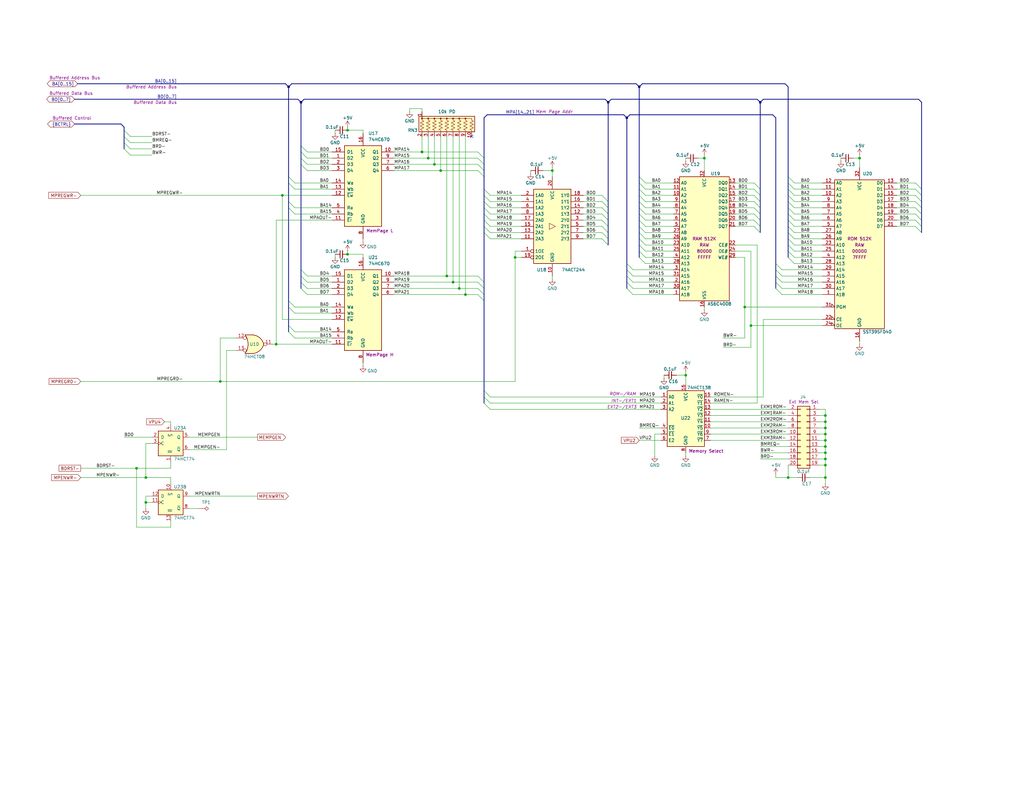
<source format=kicad_sch>
(kicad_sch (version 20250114) (generator "eeschema") (generator_version "9.0")
  (paper "User" 419.1 323.85)
  (title_block (title "Main Board - MMU and Memory") (date "2025-08-15") (rev "v1.0") (company "Silky Design") (comment 1 "Copyright AESilky 2025"))
  (lib_symbols
    (symbol "74xx:74AHCT244"
      (property "Reference" "U" (at -7.62 16.51 0))
      (property "Value" "74AHCT244" (at -7.62 -16.51 0))
      (symbol "74AHCT244_1_0"
        (pin input line (at -12.7 12.7 0) (length 5.08) (name "1A0") (number "2"))
        (pin input line (at -12.7 10.16 0) (length 5.08) (name "1A1") (number "4"))
        (pin input line (at -12.7 7.62 0) (length 5.08) (name "1A2") (number "6"))
        (pin input line (at -12.7 5.08 0) (length 5.08) (name "1A3") (number "8"))
        (pin input line (at -12.7 2.54 0) (length 5.08) (name "2A0") (number "17"))
        (pin input line (at -12.7 0 0) (length 5.08) (name "2A1") (number "15"))
        (pin input line (at -12.7 -2.54 0) (length 5.08) (name "2A2") (number "13"))
        (pin input line (at -12.7 -5.08 0) (length 5.08) (name "2A3") (number "11"))
        (pin input inverted (at -12.7 -10.16 0) (length 5.08) (name "1OE") (number "1"))
        (pin input inverted (at -12.7 -12.7 0) (length 5.08) (name "2OE") (number "19"))
        (pin power_in line (at 0 20.32 270) (length 5.08) (name "VCC") (number "20"))
        (pin power_in line (at 0 -20.32 90) (length 5.08) (name "GND") (number "10"))
        (pin tri_state line (at 12.7 12.7 180) (length 5.08) (name "1Y0") (number "18"))
        (pin tri_state line (at 12.7 10.16 180) (length 5.08) (name "1Y1") (number "16"))
        (pin tri_state line (at 12.7 7.62 180) (length 5.08) (name "1Y2") (number "14"))
        (pin tri_state line (at 12.7 5.08 180) (length 5.08) (name "1Y3") (number "12"))
        (pin tri_state line (at 12.7 2.54 180) (length 5.08) (name "2Y0") (number "3"))
        (pin tri_state line (at 12.7 0 180) (length 5.08) (name "2Y1") (number "5"))
        (pin tri_state line (at 12.7 -2.54 180) (length 5.08) (name "2Y2") (number "7"))
        (pin tri_state line (at 12.7 -5.08 180) (length 5.08) (name "2Y3") (number "9"))
      )
    )
    (symbol "74xx:74HC138"
      (property "Reference" "U" (at -7.62 13.97 0))
      (property "Value" "74HC138" (at 2.54 -11.43 0))
      (symbol "74HC138_1_1"
        (pin input line (at -10.16 10.16 0) (length 2.54) (name "A0") (number "1"))
        (pin input line (at -10.16 7.62 0) (length 2.54) (name "A1") (number "2"))
        (pin input line (at -10.16 5.08 0) (length 2.54) (name "A2") (number "3"))
        (pin input line (at -10.16 -2.54 0) (length 2.54) (name "~{E0}") (number "4"))
        (pin input line (at -10.16 -5.08 0) (length 2.54) (name "~{E1}") (number "5"))
        (pin input line (at -10.16 -7.62 0) (length 2.54) (name "E2") (number "6"))
        (pin power_in line (at 0 15.24 270) (length 2.54) (name "VCC") (number "16"))
        (pin power_in line (at 0 -12.7 90) (length 2.54) (name "GND") (number "8"))
        (pin output line (at 10.16 10.16 180) (length 2.54) (name "~{Y0}") (number "15"))
        (pin output line (at 10.16 7.62 180) (length 2.54) (name "~{Y1}") (number "14"))
        (pin output line (at 10.16 5.08 180) (length 2.54) (name "~{Y2}") (number "13"))
        (pin output line (at 10.16 2.54 180) (length 2.54) (name "~{Y3}") (number "12"))
        (pin output line (at 10.16 0 180) (length 2.54) (name "~{Y4}") (number "11"))
        (pin output line (at 10.16 -2.54 180) (length 2.54) (name "~{Y5}") (number "10"))
        (pin output line (at 10.16 -5.08 180) (length 2.54) (name "~{Y6}") (number "9"))
        (pin output line (at 10.16 -7.62 180) (length 2.54) (name "~{Y7}") (number "7"))
      )
    )
    (symbol "74xx:74HCT74" (pin_names (offset 1.016))
      (property "Reference" "U" (at -7.62 8.89 0))
      (property "Value" "74HCT74" (at -7.62 -8.89 0))
      (symbol "74HCT74_1_0"
        (pin input line (at -7.62 2.54 0) (length 2.54) (name "D") (number "2"))
        (pin input clock (at -7.62 0 0) (length 2.54) (name "C") (number "3"))
        (pin input line (at 0 7.62 270) (length 2.54) (name "~{S}") (number "4"))
        (pin input line (at 0 -7.62 90) (length 2.54) (name "~{R}") (number "1"))
        (pin output line (at 7.62 2.54 180) (length 2.54) (name "Q") (number "5"))
        (pin output line (at 7.62 -2.54 180) (length 2.54) (name "~{Q}") (number "6"))
      )
      (symbol "74HCT74_2_0"
        (pin input line (at -7.62 2.54 0) (length 2.54) (name "D") (number "12"))
        (pin input clock (at -7.62 0 0) (length 2.54) (name "C") (number "11"))
        (pin input line (at 0 7.62 270) (length 2.54) (name "~{S}") (number "10"))
        (pin input line (at 0 -7.62 90) (length 2.54) (name "~{R}") (number "13"))
        (pin output line (at 7.62 2.54 180) (length 2.54) (name "Q") (number "9"))
        (pin output line (at 7.62 -2.54 180) (length 2.54) (name "~{Q}") (number "8"))
      )
      (symbol "74HCT74_3_0"
        (pin power_in line (at 0 10.16 270) (length 2.54) (name "VCC") (number "14"))
        (pin power_in line (at 0 -10.16 90) (length 2.54) (name "GND") (number "7"))
      )
    )
    (symbol "74xx:74LS08" (pin_names (offset 1.016))
      (property "Reference" "U" (at 0 1.27 0))
      (property "Value" "74LS08" (at 0 -1.27 0))
      (symbol "74LS08_1_1"
        (pin input line (at -7.62 2.54 0) (length 3.81) (name "~") (number "1"))
        (pin input line (at -7.62 -2.54 0) (length 3.81) (name "~") (number "2"))
        (pin output line (at 7.62 0 180) (length 3.81) (name "~") (number "3"))
      )
      (symbol "74LS08_1_2"
        (pin input inverted (at -7.62 2.54 0) (length 4.318) (name "~") (number "1"))
        (pin input inverted (at -7.62 -2.54 0) (length 4.318) (name "~") (number "2"))
        (pin output inverted (at 7.62 0 180) (length 3.81) (name "~") (number "3"))
      )
      (symbol "74LS08_2_1"
        (pin input line (at -7.62 2.54 0) (length 3.81) (name "~") (number "4"))
        (pin input line (at -7.62 -2.54 0) (length 3.81) (name "~") (number "5"))
        (pin output line (at 7.62 0 180) (length 3.81) (name "~") (number "6"))
      )
      (symbol "74LS08_2_2"
        (pin input inverted (at -7.62 2.54 0) (length 4.318) (name "~") (number "4"))
        (pin input inverted (at -7.62 -2.54 0) (length 4.318) (name "~") (number "5"))
        (pin output inverted (at 7.62 0 180) (length 3.81) (name "~") (number "6"))
      )
      (symbol "74LS08_3_1"
        (pin input line (at -7.62 2.54 0) (length 3.81) (name "~") (number "9"))
        (pin input line (at -7.62 -2.54 0) (length 3.81) (name "~") (number "10"))
        (pin output line (at 7.62 0 180) (length 3.81) (name "~") (number "8"))
      )
      (symbol "74LS08_3_2"
        (pin input inverted (at -7.62 2.54 0) (length 4.318) (name "~") (number "9"))
        (pin input inverted (at -7.62 -2.54 0) (length 4.318) (name "~") (number "10"))
        (pin output inverted (at 7.62 0 180) (length 3.81) (name "~") (number "8"))
      )
      (symbol "74LS08_4_1"
        (pin input line (at -7.62 2.54 0) (length 3.81) (name "~") (number "12"))
        (pin input line (at -7.62 -2.54 0) (length 3.81) (name "~") (number "13"))
        (pin output line (at 7.62 0 180) (length 3.81) (name "~") (number "11"))
      )
      (symbol "74LS08_4_2"
        (pin input inverted (at -7.62 2.54 0) (length 4.318) (name "~") (number "12"))
        (pin input inverted (at -7.62 -2.54 0) (length 4.318) (name "~") (number "13"))
        (pin output inverted (at 7.62 0 180) (length 3.81) (name "~") (number "11"))
      )
      (symbol "74LS08_5_0"
        (pin power_in line (at 0 12.7 270) (length 5.08) (name "VCC") (number "14"))
        (pin power_in line (at 0 -12.7 90) (length 5.08) (name "GND") (number "7"))
      )
    )
    (symbol "74xx:74LS670" (pin_names (offset 1.016))
      (property "Reference" "U" (at -7.62 16.51 0))
      (property "Value" "74LS670" (at -7.62 -19.05 0))
      (symbol "74LS670_1_0"
        (pin input line (at -12.7 12.7 0) (length 5.08) (name "D1") (number "15"))
        (pin input line (at -12.7 10.16 0) (length 5.08) (name "D2") (number "1"))
        (pin input line (at -12.7 7.62 0) (length 5.08) (name "D3") (number "2"))
        (pin input line (at -12.7 5.08 0) (length 5.08) (name "D4") (number "3"))
        (pin input line (at -12.7 0 0) (length 5.08) (name "Wa") (number "14"))
        (pin input line (at -12.7 -2.54 0) (length 5.08) (name "Wb") (number "13"))
        (pin input line (at -12.7 -5.08 0) (length 5.08) (name "~{Ew}") (number "12"))
        (pin input line (at -12.7 -10.16 0) (length 5.08) (name "Ra") (number "5"))
        (pin input line (at -12.7 -12.7 0) (length 5.08) (name "Rb") (number "4"))
        (pin input line (at -12.7 -15.24 0) (length 5.08) (name "~{Er}") (number "11"))
        (pin power_in line (at 0 20.32 270) (length 5.08) (name "VCC") (number "16"))
        (pin power_in line (at 0 -22.86 90) (length 5.08) (name "GND") (number "8"))
        (pin tri_state line (at 12.7 12.7 180) (length 5.08) (name "Q1") (number "10"))
        (pin tri_state line (at 12.7 10.16 180) (length 5.08) (name "Q2") (number "9"))
        (pin tri_state line (at 12.7 7.62 180) (length 5.08) (name "Q3") (number "7"))
        (pin tri_state line (at 12.7 5.08 180) (length 5.08) (name "Q4") (number "6"))
      )
    )
    (symbol "Connector:TestPoint_Alt" (pin_numbers (hide yes)) (pin_names (offset 0.762) (hide yes))
      (property "Reference" "TP" (at 0 6.858 0))
      (property "Value" "TestPoint_Alt" (at 0 5.08 0))
      (symbol "TestPoint_Alt_1_1"
        (pin passive line (at 0 0 90) (length 2.54) (name "1") (number "1"))
      )
    )
    (symbol "Connector_Generic:Conn_02x10_Odd_Even" (pin_names (offset 1.016) (hide yes))
      (property "Reference" "J" (at 1.27 12.7 0))
      (property "Value" "Conn_02x10_Odd_Even" (at 1.27 -15.24 0))
      (symbol "Conn_02x10_Odd_Even_1_1"
        (pin passive line (at -5.08 10.16 0) (length 3.81) (name "Pin_1") (number "1"))
        (pin passive line (at -5.08 7.62 0) (length 3.81) (name "Pin_3") (number "3"))
        (pin passive line (at -5.08 5.08 0) (length 3.81) (name "Pin_5") (number "5"))
        (pin passive line (at -5.08 2.54 0) (length 3.81) (name "Pin_7") (number "7"))
        (pin passive line (at -5.08 0 0) (length 3.81) (name "Pin_9") (number "9"))
        (pin passive line (at -5.08 -2.54 0) (length 3.81) (name "Pin_11") (number "11"))
        (pin passive line (at -5.08 -5.08 0) (length 3.81) (name "Pin_13") (number "13"))
        (pin passive line (at -5.08 -7.62 0) (length 3.81) (name "Pin_15") (number "15"))
        (pin passive line (at -5.08 -10.16 0) (length 3.81) (name "Pin_17") (number "17"))
        (pin passive line (at -5.08 -12.7 0) (length 3.81) (name "Pin_19") (number "19"))
        (pin passive line (at 7.62 10.16 180) (length 3.81) (name "Pin_2") (number "2"))
        (pin passive line (at 7.62 7.62 180) (length 3.81) (name "Pin_4") (number "4"))
        (pin passive line (at 7.62 5.08 180) (length 3.81) (name "Pin_6") (number "6"))
        (pin passive line (at 7.62 2.54 180) (length 3.81) (name "Pin_8") (number "8"))
        (pin passive line (at 7.62 0 180) (length 3.81) (name "Pin_10") (number "10"))
        (pin passive line (at 7.62 -2.54 180) (length 3.81) (name "Pin_12") (number "12"))
        (pin passive line (at 7.62 -5.08 180) (length 3.81) (name "Pin_14") (number "14"))
        (pin passive line (at 7.62 -7.62 180) (length 3.81) (name "Pin_16") (number "16"))
        (pin passive line (at 7.62 -10.16 180) (length 3.81) (name "Pin_18") (number "18"))
        (pin passive line (at 7.62 -12.7 180) (length 3.81) (name "Pin_20") (number "20"))
      )
    )
    (symbol "Device:C_Small" (pin_numbers (hide yes)) (pin_names (offset 0.254) (hide yes))
      (property "Reference" "C" (at 0.254 1.778 0))
      (property "Value" "C_Small" (at 0.254 -2.032 0))
      (symbol "C_Small_1_1"
        (pin passive line (at 0 2.54 270) (length 2.032) (name "~") (number "1"))
        (pin passive line (at 0 -2.54 90) (length 2.032) (name "~") (number "2"))
      )
    )
    (symbol "Device:R_Network09_US" (pin_names (offset 0) (hide yes))
      (property "Reference" "RN" (at -12.7 0 90))
      (property "Value" "R_Network09_US" (at 12.7 0 90))
      (symbol "R_Network09_US_1_1"
        (pin passive line (at -10.16 5.08 270) (length 2.54) (name "common") (number "1"))
        (pin passive line (at -10.16 -5.08 90) (length 1.27) (name "R1") (number "2"))
        (pin passive line (at -7.62 -5.08 90) (length 1.27) (name "R2") (number "3"))
        (pin passive line (at -5.08 -5.08 90) (length 1.27) (name "R3") (number "4"))
        (pin passive line (at -2.54 -5.08 90) (length 1.27) (name "R4") (number "5"))
        (pin passive line (at 0 -5.08 90) (length 1.27) (name "R5") (number "6"))
        (pin passive line (at 2.54 -5.08 90) (length 1.27) (name "R6") (number "7"))
        (pin passive line (at 5.08 -5.08 90) (length 1.27) (name "R7") (number "8"))
        (pin passive line (at 7.62 -5.08 90) (length 1.27) (name "R8") (number "9"))
        (pin passive line (at 10.16 -5.08 90) (length 1.27) (name "R9") (number "10"))
      )
    )
    (symbol "Memory_Flash:SST39SF040"
      (property "Reference" "U" (at 2.54 33.02 0))
      (property "Value" "SST39SF040" (at 0 -30.48 0))
      (symbol "SST39SF040_0_0"
        (pin power_in line (at 0 36.83 270) (length 5.08) (name "VCC") (number "32"))
        (pin power_in line (at 0 -34.29 90) (length 5.08) (name "GND") (number "16"))
      )
      (symbol "SST39SF040_1_1"
        (pin input line (at -15.24 30.48 0) (length 5.08) (name "A0") (number "12"))
        (pin input line (at -15.24 27.94 0) (length 5.08) (name "A1") (number "11"))
        (pin input line (at -15.24 25.4 0) (length 5.08) (name "A2") (number "10"))
        (pin input line (at -15.24 22.86 0) (length 5.08) (name "A3") (number "9"))
        (pin input line (at -15.24 20.32 0) (length 5.08) (name "A4") (number "8"))
        (pin input line (at -15.24 17.78 0) (length 5.08) (name "A5") (number "7"))
        (pin input line (at -15.24 15.24 0) (length 5.08) (name "A6") (number "6"))
        (pin input line (at -15.24 12.7 0) (length 5.08) (name "A7") (number "5"))
        (pin input line (at -15.24 10.16 0) (length 5.08) (name "A8") (number "27"))
        (pin input line (at -15.24 7.62 0) (length 5.08) (name "A9") (number "26"))
        (pin input line (at -15.24 5.08 0) (length 5.08) (name "A10") (number "23"))
        (pin input line (at -15.24 2.54 0) (length 5.08) (name "A11") (number "25"))
        (pin input line (at -15.24 0 0) (length 5.08) (name "A12") (number "4"))
        (pin input line (at -15.24 -2.54 0) (length 5.08) (name "A13") (number "28"))
        (pin input line (at -15.24 -5.08 0) (length 5.08) (name "A14") (number "29"))
        (pin input line (at -15.24 -7.62 0) (length 5.08) (name "A15") (number "3"))
        (pin input line (at -15.24 -10.16 0) (length 5.08) (name "A16") (number "2"))
        (pin input line (at -15.24 -12.7 0) (length 5.08) (name "A17") (number "30"))
        (pin input line (at -15.24 -15.24 0) (length 5.08) (name "A18") (number "1"))
        (pin input input_low (at -15.24 -20.32 0) (length 5.08) (name "PGM") (number "31"))
        (pin input input_low (at -15.24 -25.4 0) (length 5.08) (name "CE") (number "22"))
        (pin input input_low (at -15.24 -27.94 0) (length 5.08) (name "OE") (number "24"))
        (pin tri_state line (at 15.24 30.48 180) (length 5.08) (name "D0") (number "13"))
        (pin tri_state line (at 15.24 27.94 180) (length 5.08) (name "D1") (number "14"))
        (pin tri_state line (at 15.24 25.4 180) (length 5.08) (name "D2") (number "15"))
        (pin tri_state line (at 15.24 22.86 180) (length 5.08) (name "D3") (number "17"))
        (pin tri_state line (at 15.24 20.32 180) (length 5.08) (name "D4") (number "18"))
        (pin tri_state line (at 15.24 17.78 180) (length 5.08) (name "D5") (number "19"))
        (pin tri_state line (at 15.24 15.24 180) (length 5.08) (name "D6") (number "20"))
        (pin tri_state line (at 15.24 12.7 180) (length 5.08) (name "D7") (number "21"))
      )
    )
    (symbol "Memory_RAM:AS6C4008-55PCN"
      (property "Reference" "U" (at -10.16 26.035 0))
      (property "Value" "AS6C4008-55PCN" (at 2.54 26.035 0))
      (symbol "AS6C4008-55PCN_0_0"
        (pin power_in line (at 0 27.94 270) (length 2.54) (name "VCC") (number "32"))
        (pin power_in line (at 0 -27.94 90) (length 2.54) (name "VSS") (number "16"))
      )
      (symbol "AS6C4008-55PCN_1_1"
        (pin input line (at -12.7 22.86 0) (length 2.54) (name "A0") (number "12"))
        (pin input line (at -12.7 20.32 0) (length 2.54) (name "A1") (number "11"))
        (pin input line (at -12.7 17.78 0) (length 2.54) (name "A2") (number "10"))
        (pin input line (at -12.7 15.24 0) (length 2.54) (name "A3") (number "9"))
        (pin input line (at -12.7 12.7 0) (length 2.54) (name "A4") (number "8"))
        (pin input line (at -12.7 10.16 0) (length 2.54) (name "A5") (number "7"))
        (pin input line (at -12.7 7.62 0) (length 2.54) (name "A6") (number "6"))
        (pin input line (at -12.7 5.08 0) (length 2.54) (name "A7") (number "5"))
        (pin input line (at -12.7 2.54 0) (length 2.54) (name "A8") (number "27"))
        (pin input line (at -12.7 0 0) (length 2.54) (name "A9") (number "26"))
        (pin input line (at -12.7 -2.54 0) (length 2.54) (name "A10") (number "23"))
        (pin input line (at -12.7 -5.08 0) (length 2.54) (name "A11") (number "25"))
        (pin input line (at -12.7 -7.62 0) (length 2.54) (name "A12") (number "4"))
        (pin input line (at -12.7 -10.16 0) (length 2.54) (name "A13") (number "28"))
        (pin input line (at -12.7 -12.7 0) (length 2.54) (name "A14") (number "3"))
        (pin input line (at -12.7 -15.24 0) (length 2.54) (name "A15") (number "31"))
        (pin input line (at -12.7 -17.78 0) (length 2.54) (name "A16") (number "2"))
        (pin input line (at -12.7 -20.32 0) (length 2.54) (name "A17") (number "30"))
        (pin input line (at -12.7 -22.86 0) (length 2.54) (name "A18") (number "1"))
        (pin tri_state line (at 12.7 22.86 180) (length 2.54) (name "DQ0") (number "13"))
        (pin tri_state line (at 12.7 20.32 180) (length 2.54) (name "DQ1") (number "14"))
        (pin tri_state line (at 12.7 17.78 180) (length 2.54) (name "DQ2") (number "15"))
        (pin tri_state line (at 12.7 15.24 180) (length 2.54) (name "DQ3") (number "17"))
        (pin tri_state line (at 12.7 12.7 180) (length 2.54) (name "DQ4") (number "18"))
        (pin tri_state line (at 12.7 10.16 180) (length 2.54) (name "DQ5") (number "19"))
        (pin tri_state line (at 12.7 7.62 180) (length 2.54) (name "DQ6") (number "20"))
        (pin tri_state line (at 12.7 5.08 180) (length 2.54) (name "DQ7") (number "21"))
        (pin input line (at 12.7 -2.54 180) (length 2.54) (name "CE#") (number "22"))
        (pin input line (at 12.7 -5.08 180) (length 2.54) (name "OE#") (number "24"))
        (pin input line (at 12.7 -7.62 180) (length 2.54) (name "WE#") (number "29"))
      )
    )
    (symbol "power:+5V" (power) (pin_numbers (hide yes)) (pin_names (offset 0) (hide yes))
      (property "Value" "+5V" (at 0 3.556 0))
      (symbol "+5V_1_1"
        (pin power_in line (at 0 0 90) (length 0) (name "~") (number "1"))
      )
    )
    (symbol "power:GND" (power) (pin_numbers (hide yes)) (pin_names (offset 0) (hide yes))
      (property "Value" "GND" (at 0 -3.81 0))
      (symbol "GND_1_1"
        (pin power_in line (at 0 0 270) (length 0) (name "~") (number "1"))
      )
    )
  )
  (junction (at 337.82 182.88))
  (junction (at 59.69 205.74))
  (junction (at 59.69 195.58))
  (junction (at 256.54 48.26))
  (junction (at 115.57 80.01))
  (junction (at 190.5 120.65))
  (junction (at 142.24 53.34))
  (junction (at 337.82 190.5))
  (junction (at 322.58 195.58))
  (junction (at 187.96 118.11))
  (junction (at 337.82 175.26))
  (junction (at 337.82 185.42))
  (junction (at 90.17 156.21))
  (junction (at 337.82 187.96))
  (junction (at 177.8 67.31))
  (junction (at 172.72 62.23))
  (junction (at 182.88 113.03))
  (junction (at 261.62 35.56))
  (junction (at 351.79 64.77))
  (junction (at 185.42 115.57))
  (junction (at 113.03 140.97))
  (junction (at 226.06 69.85))
  (junction (at 55.88 191.77))
  (junction (at 288.29 64.77))
  (junction (at 210.82 105.41))
  (junction (at 248.92 41.91))
  (junction (at 337.82 172.72))
  (junction (at 180.34 69.85))
  (junction (at 311.15 41.91))
  (junction (at 337.82 195.58))
  (junction (at 337.82 180.34))
  (junction (at 307.34 133.35))
  (junction (at 337.82 170.18))
  (junction (at 142.24 104.14))
  (junction (at 337.82 177.8))
  (junction (at 304.8 125.73))
  (junction (at 175.26 64.77))
  (junction (at 118.11 35.56))
  (junction (at 123.19 41.91))
  (junction (at 280.67 153.67))
  (no_connect (at 193.04 55.88))
  (bus_entry (at 123.19 67.31) (size 2.54 2.54))
  (bus_entry (at 118.11 125.73) (size 2.54 2.54))
  (bus_entry (at 246.38 85.09) (size 2.54 2.54))
  (bus_entry (at 246.38 82.55) (size 2.54 2.54))
  (bus_entry (at 317.5 110.49) (size 2.54 2.54))
  (bus_entry (at 118.11 85.09) (size 2.54 2.54))
  (bus_entry (at 198.12 80.01) (size 2.54 2.54))
  (bus_entry (at 322.58 80.01) (size 2.54 2.54))
  (bus_entry (at 118.11 135.89) (size 2.54 2.54))
  (bus_entry (at 374.65 80.01) (size 2.54 2.54))
  (bus_entry (at 322.58 74.93) (size 2.54 2.54))
  (bus_entry (at 322.58 90.17) (size 2.54 2.54))
  (bus_entry (at 322.58 85.09) (size 2.54 2.54))
  (bus_entry (at 322.58 77.47) (size 2.54 2.54))
  (bus_entry (at 50.8 60.96) (size 2.54 2.54))
  (bus_entry (at 322.58 97.79) (size 2.54 2.54))
  (bus_entry (at 261.62 105.41) (size 2.54 2.54))
  (bus_entry (at 198.12 95.25) (size 2.54 2.54))
  (bus_entry (at 308.61 85.09) (size 2.54 2.54))
  (bus_entry (at 123.19 118.11) (size 2.54 2.54))
  (bus_entry (at 246.38 95.25) (size 2.54 2.54))
  (bus_entry (at 123.19 64.77) (size 2.54 2.54))
  (bus_entry (at 118.11 82.55) (size 2.54 2.54))
  (bus_entry (at 256.54 107.95) (size 2.54 2.54))
  (bus_entry (at 123.19 59.69) (size 2.54 2.54))
  (bus_entry (at 317.5 115.57) (size 2.54 2.54))
  (bus_entry (at 118.11 72.39) (size 2.54 2.54))
  (bus_entry (at 322.58 72.39) (size 2.54 2.54))
  (bus_entry (at 322.58 92.71) (size 2.54 2.54))
  (bus_entry (at 123.19 110.49) (size 2.54 2.54))
  (bus_entry (at 374.65 87.63) (size 2.54 2.54))
  (bus_entry (at 261.62 90.17) (size 2.54 2.54))
  (bus_entry (at 261.62 77.47) (size 2.54 2.54))
  (bus_entry (at 261.62 80.01) (size 2.54 2.54))
  (bus_entry (at 118.11 133.35) (size 2.54 2.54))
  (bus_entry (at 50.8 58.42) (size 2.54 2.54))
  (bus_entry (at 261.62 95.25) (size 2.54 2.54))
  (bus_entry (at 123.19 113.03) (size 2.54 2.54))
  (bus_entry (at 261.62 92.71) (size 2.54 2.54))
  (bus_entry (at 198.12 90.17) (size 2.54 2.54))
  (bus_entry (at 308.61 74.93) (size 2.54 2.54))
  (bus_entry (at 317.5 113.03) (size 2.54 2.54))
  (bus_entry (at 308.61 82.55) (size 2.54 2.54))
  (bus_entry (at 322.58 95.25) (size 2.54 2.54))
  (bus_entry (at 256.54 113.03) (size 2.54 2.54))
  (bus_entry (at 308.61 90.17) (size 2.54 2.54))
  (bus_entry (at 195.58 62.23) (size 2.54 2.54))
  (bus_entry (at 195.58 69.85) (size 2.54 2.54))
  (bus_entry (at 256.54 115.57) (size 2.54 2.54))
  (bus_entry (at 198.12 160.02) (size 2.54 2.54))
  (bus_entry (at 195.58 113.03) (size 2.54 2.54))
  (bus_entry (at 374.65 85.09) (size 2.54 2.54))
  (bus_entry (at 322.58 87.63) (size 2.54 2.54))
  (bus_entry (at 118.11 74.93) (size 2.54 2.54))
  (bus_entry (at 308.61 87.63) (size 2.54 2.54))
  (bus_entry (at 322.58 82.55) (size 2.54 2.54))
  (bus_entry (at 374.65 77.47) (size 2.54 2.54))
  (bus_entry (at 256.54 110.49) (size 2.54 2.54))
  (bus_entry (at 317.5 107.95) (size 2.54 2.54))
  (bus_entry (at 322.58 100.33) (size 2.54 2.54))
  (bus_entry (at 322.58 105.41) (size 2.54 2.54))
  (bus_entry (at 261.62 85.09) (size 2.54 2.54))
  (bus_entry (at 246.38 90.17) (size 2.54 2.54))
  (bus_entry (at 261.62 87.63) (size 2.54 2.54))
  (bus_entry (at 261.62 74.93) (size 2.54 2.54))
  (bus_entry (at 118.11 123.19) (size 2.54 2.54))
  (bus_entry (at 308.61 77.47) (size 2.54 2.54))
  (bus_entry (at 195.58 67.31) (size 2.54 2.54))
  (bus_entry (at 261.62 72.39) (size 2.54 2.54))
  (bus_entry (at 198.12 87.63) (size 2.54 2.54))
  (bus_entry (at 374.65 92.71) (size 2.54 2.54))
  (bus_entry (at 246.38 97.79) (size 2.54 2.54))
  (bus_entry (at 261.62 82.55) (size 2.54 2.54))
  (bus_entry (at 123.19 115.57) (size 2.54 2.54))
  (bus_entry (at 308.61 80.01) (size 2.54 2.54))
  (bus_entry (at 308.61 92.71) (size 2.54 2.54))
  (bus_entry (at 246.38 87.63) (size 2.54 2.54))
  (bus_entry (at 50.8 55.88) (size 2.54 2.54))
  (bus_entry (at 195.58 64.77) (size 2.54 2.54))
  (bus_entry (at 261.62 97.79) (size 2.54 2.54))
  (bus_entry (at 123.19 62.23) (size 2.54 2.54))
  (bus_entry (at 374.65 90.17) (size 2.54 2.54))
  (bus_entry (at 317.5 118.11) (size 2.54 2.54))
  (bus_entry (at 198.12 77.47) (size 2.54 2.54))
  (bus_entry (at 50.8 53.34) (size 2.54 2.54))
  (bus_entry (at 198.12 85.09) (size 2.54 2.54))
  (bus_entry (at 198.12 92.71) (size 2.54 2.54))
  (bus_entry (at 261.62 100.33) (size 2.54 2.54))
  (bus_entry (at 195.58 118.11) (size 2.54 2.54))
  (bus_entry (at 195.58 115.57) (size 2.54 2.54))
  (bus_entry (at 198.12 82.55) (size 2.54 2.54))
  (bus_entry (at 261.62 102.87) (size 2.54 2.54))
  (bus_entry (at 374.65 74.93) (size 2.54 2.54))
  (bus_entry (at 374.65 82.55) (size 2.54 2.54))
  (bus_entry (at 198.12 165.1) (size 2.54 2.54))
  (bus_entry (at 195.58 120.65) (size 2.54 2.54))
  (bus_entry (at 246.38 80.01) (size 2.54 2.54))
  (bus_entry (at 256.54 118.11) (size 2.54 2.54))
  (bus_entry (at 322.58 102.87) (size 2.54 2.54))
  (bus_entry (at 246.38 92.71) (size 2.54 2.54))
  (bus_entry (at 198.12 162.56) (size 2.54 2.54))
  (bus (pts (xy 124.46 40.64) (xy 247.65 40.64)))
  (wire (pts (xy 335.28 167.64) (xy 337.82 167.64)))
  (wire (pts (xy 200.66 162.56) (xy 270.51 162.56)))
  (wire (pts (xy 267.97 177.8) (xy 267.97 186.69)))
  (bus (pts (xy 322.58 82.55) (xy 322.58 80.01)))
  (bus (pts (xy 50.8 58.42) (xy 50.8 60.96)))
  (wire (pts (xy 308.61 74.93) (xy 300.99 74.93)))
  (wire (pts (xy 320.04 120.65) (xy 336.55 120.65)))
  (wire (pts (xy 351.79 64.77) (xy 351.79 68.58)))
  (wire (pts (xy 246.38 90.17) (xy 238.76 90.17)))
  (wire (pts (xy 259.08 120.65) (xy 275.59 120.65)))
  (bus (pts (xy 199.39 46.99) (xy 198.12 48.26)))
  (wire (pts (xy 125.73 64.77) (xy 135.89 64.77)))
  (wire (pts (xy 161.29 113.03) (xy 182.88 113.03)))
  (bus (pts (xy 123.19 113.03) (xy 123.19 115.57)))
  (wire (pts (xy 335.28 170.18) (xy 337.82 170.18)))
  (wire (pts (xy 125.73 120.65) (xy 135.89 120.65)))
  (bus (pts (xy 118.11 74.93) (xy 118.11 72.39)))
  (bus (pts (xy 377.19 82.55) (xy 377.19 85.09)))
  (wire (pts (xy 59.69 195.58) (xy 69.85 195.58)))
  (bus (pts (xy 248.92 95.25) (xy 248.92 97.79)))
  (wire (pts (xy 142.24 52.07) (xy 142.24 53.34)))
  (wire (pts (xy 59.69 205.74) (xy 62.23 205.74)))
  (bus (pts (xy 377.19 85.09) (xy 377.19 87.63)))
  (bus (pts (xy 377.19 80.01) (xy 377.19 82.55)))
  (wire (pts (xy 148.59 105.41) (xy 148.59 104.14)))
  (wire (pts (xy 53.34 63.5) (xy 62.23 63.5)))
  (wire (pts (xy 264.16 97.79) (xy 275.59 97.79)))
  (bus (pts (xy 322.58 102.87) (xy 322.58 100.33)))
  (wire (pts (xy 335.28 187.96) (xy 337.82 187.96)))
  (wire (pts (xy 304.8 125.73) (xy 336.55 125.73)))
  (bus (pts (xy 256.54 107.95) (xy 256.54 110.49)))
  (wire (pts (xy 161.29 64.77) (xy 175.26 64.77)))
  (wire (pts (xy 374.65 92.71) (xy 367.03 92.71)))
  (bus (pts (xy 198.12 69.85) (xy 198.12 72.39)))
  (wire (pts (xy 322.58 195.58) (xy 317.5 195.58)))
  (bus (pts (xy 256.54 48.26) (xy 257.81 46.99)))
  (bus (pts (xy 261.62 80.01) (xy 261.62 82.55)))
  (wire (pts (xy 182.88 55.88) (xy 182.88 113.03)))
  (bus (pts (xy 198.12 162.56) (xy 198.12 165.1)))
  (wire (pts (xy 264.16 77.47) (xy 275.59 77.47)))
  (bus (pts (xy 322.58 77.47) (xy 322.58 74.93)))
  (bus (pts (xy 123.19 41.91) (xy 121.92 40.64)))
  (wire (pts (xy 325.12 82.55) (xy 336.55 82.55)))
  (wire (pts (xy 55.88 191.77) (xy 69.85 191.77)))
  (bus (pts (xy 261.62 102.87) (xy 261.62 105.41)))
  (wire (pts (xy 295.91 138.43) (xy 304.8 138.43)))
  (bus (pts (xy 248.92 97.79) (xy 248.92 100.33)))
  (wire (pts (xy 167.64 44.45) (xy 167.64 45.72)))
  (wire (pts (xy 175.26 64.77) (xy 195.58 64.77)))
  (wire (pts (xy 335.28 180.34) (xy 337.82 180.34)))
  (wire (pts (xy 90.17 156.21) (xy 210.82 156.21)))
  (wire (pts (xy 264.16 92.71) (xy 275.59 92.71)))
  (bus (pts (xy 123.19 62.23) (xy 123.19 64.77)))
  (wire (pts (xy 308.61 92.71) (xy 300.99 92.71)))
  (wire (pts (xy 53.34 58.42) (xy 62.23 58.42)))
  (wire (pts (xy 325.12 74.93) (xy 336.55 74.93)))
  (bus (pts (xy 311.15 41.91) (xy 312.42 40.64)))
  (bus (pts (xy 198.12 95.25) (xy 198.12 115.57)))
  (wire (pts (xy 337.82 187.96) (xy 337.82 190.5)))
  (bus (pts (xy 257.81 46.99) (xy 316.23 46.99)))
  (wire (pts (xy 177.8 55.88) (xy 177.8 67.31)))
  (wire (pts (xy 69.85 172.72) (xy 69.85 173.99)))
  (bus (pts (xy 261.62 90.17) (xy 261.62 92.71)))
  (wire (pts (xy 290.83 175.26) (xy 322.58 175.26)))
  (bus (pts (xy 322.58 92.71) (xy 322.58 90.17)))
  (wire (pts (xy 270.51 177.8) (xy 267.97 177.8)))
  (wire (pts (xy 264.16 107.95) (xy 275.59 107.95)))
  (wire (pts (xy 120.65 135.89) (xy 135.89 135.89)))
  (bus (pts (xy 118.11 85.09) (xy 118.11 82.55)))
  (wire (pts (xy 172.72 55.88) (xy 172.72 62.23)))
  (wire (pts (xy 325.12 90.17) (xy 336.55 90.17)))
  (wire (pts (xy 309.88 100.33) (xy 309.88 165.1)))
  (wire (pts (xy 246.38 85.09) (xy 238.76 85.09)))
  (bus (pts (xy 261.62 72.39) (xy 261.62 74.93)))
  (wire (pts (xy 161.29 118.11) (xy 187.96 118.11)))
  (bus (pts (xy 311.15 90.17) (xy 311.15 92.71)))
  (bus (pts (xy 123.19 115.57) (xy 123.19 118.11)))
  (bus (pts (xy 322.58 35.56) (xy 322.58 72.39)))
  (wire (pts (xy 325.12 80.01) (xy 336.55 80.01)))
  (wire (pts (xy 125.73 115.57) (xy 135.89 115.57)))
  (wire (pts (xy 111.76 140.97) (xy 113.03 140.97)))
  (wire (pts (xy 335.28 182.88) (xy 337.82 182.88)))
  (wire (pts (xy 337.82 182.88) (xy 337.82 185.42)))
  (wire (pts (xy 331.47 195.58) (xy 337.82 195.58)))
  (bus (pts (xy 375.92 40.64) (xy 377.19 41.91)))
  (wire (pts (xy 115.57 80.01) (xy 115.57 130.81)))
  (wire (pts (xy 308.61 80.01) (xy 300.99 80.01)))
  (wire (pts (xy 53.34 60.96) (xy 62.23 60.96)))
  (wire (pts (xy 374.65 90.17) (xy 367.03 90.17)))
  (wire (pts (xy 77.47 203.2) (xy 105.41 203.2)))
  (wire (pts (xy 374.65 74.93) (xy 367.03 74.93)))
  (wire (pts (xy 264.16 105.41) (xy 275.59 105.41)))
  (wire (pts (xy 290.83 167.64) (xy 322.58 167.64)))
  (wire (pts (xy 200.66 90.17) (xy 213.36 90.17)))
  (wire (pts (xy 374.65 77.47) (xy 367.03 77.47)))
  (wire (pts (xy 148.59 54.61) (xy 148.59 53.34)))
  (wire (pts (xy 337.82 185.42) (xy 337.82 187.96)))
  (bus (pts (xy 198.12 92.71) (xy 198.12 95.25)))
  (bus (pts (xy 248.92 90.17) (xy 248.92 92.71)))
  (wire (pts (xy 33.02 156.21) (xy 90.17 156.21)))
  (bus (pts (xy 198.12 67.31) (xy 198.12 69.85)))
  (bus (pts (xy 309.88 40.64) (xy 311.15 41.91)))
  (wire (pts (xy 335.28 185.42) (xy 337.82 185.42)))
  (bus (pts (xy 260.35 34.29) (xy 261.62 35.56)))
  (wire (pts (xy 137.16 104.14) (xy 137.16 105.41)))
  (wire (pts (xy 210.82 102.87) (xy 210.82 105.41)))
  (wire (pts (xy 276.86 153.67) (xy 280.67 153.67)))
  (wire (pts (xy 317.5 195.58) (xy 317.5 194.31)))
  (wire (pts (xy 308.61 82.55) (xy 300.99 82.55)))
  (wire (pts (xy 335.28 177.8) (xy 337.82 177.8)))
  (bus (pts (xy 198.12 120.65) (xy 198.12 123.19)))
  (bus (pts (xy 322.58 74.93) (xy 322.58 72.39)))
  (bus (pts (xy 248.92 82.55) (xy 248.92 41.91)))
  (wire (pts (xy 200.66 165.1) (xy 270.51 165.1)))
  (wire (pts (xy 125.73 67.31) (xy 135.89 67.31)))
  (bus (pts (xy 256.54 113.03) (xy 256.54 115.57)))
  (wire (pts (xy 351.79 63.5) (xy 351.79 64.77)))
  (wire (pts (xy 337.82 190.5) (xy 337.82 195.58)))
  (bus (pts (xy 50.8 52.07) (xy 50.8 53.34)))
  (bus (pts (xy 322.58 90.17) (xy 322.58 87.63)))
  (wire (pts (xy 142.24 53.34) (xy 148.59 53.34)))
  (wire (pts (xy 172.72 45.72) (xy 172.72 44.45)))
  (wire (pts (xy 69.85 172.72) (xy 67.31 172.72)))
  (bus (pts (xy 248.92 82.55) (xy 248.92 85.09)))
  (wire (pts (xy 182.88 113.03) (xy 195.58 113.03)))
  (bus (pts (xy 198.12 77.47) (xy 198.12 80.01)))
  (bus (pts (xy 262.89 34.29) (xy 321.31 34.29)))
  (wire (pts (xy 59.69 181.61) (xy 62.23 181.61)))
  (wire (pts (xy 290.83 170.18) (xy 322.58 170.18)))
  (wire (pts (xy 33.02 191.77) (xy 55.88 191.77)))
  (wire (pts (xy 374.65 80.01) (xy 367.03 80.01)))
  (bus (pts (xy 312.42 40.64) (xy 375.92 40.64)))
  (bus (pts (xy 311.15 77.47) (xy 311.15 80.01)))
  (wire (pts (xy 337.82 195.58) (xy 337.82 198.12)))
  (bus (pts (xy 377.19 90.17) (xy 377.19 92.71)))
  (bus (pts (xy 311.15 85.09) (xy 311.15 87.63)))
  (wire (pts (xy 320.04 113.03) (xy 336.55 113.03)))
  (bus (pts (xy 311.15 92.71) (xy 311.15 95.25)))
  (bus (pts (xy 198.12 48.26) (xy 198.12 64.77)))
  (wire (pts (xy 322.58 190.5) (xy 322.58 195.58)))
  (wire (pts (xy 59.69 195.58) (xy 59.69 181.61)))
  (bus (pts (xy 31.75 34.29) (xy 116.84 34.29)))
  (wire (pts (xy 200.66 80.01) (xy 213.36 80.01)))
  (wire (pts (xy 161.29 120.65) (xy 190.5 120.65)))
  (bus (pts (xy 261.62 35.56) (xy 262.89 34.29)))
  (wire (pts (xy 288.29 63.5) (xy 288.29 64.77)))
  (wire (pts (xy 200.66 87.63) (xy 213.36 87.63)))
  (wire (pts (xy 325.12 92.71) (xy 336.55 92.71)))
  (bus (pts (xy 317.5 113.03) (xy 317.5 115.57)))
  (bus (pts (xy 248.92 87.63) (xy 248.92 90.17)))
  (bus (pts (xy 198.12 80.01) (xy 198.12 82.55)))
  (wire (pts (xy 246.38 95.25) (xy 238.76 95.25)))
  (wire (pts (xy 259.08 110.49) (xy 275.59 110.49)))
  (wire (pts (xy 135.89 140.97) (xy 113.03 140.97)))
  (bus (pts (xy 49.53 50.8) (xy 50.8 52.07)))
  (wire (pts (xy 290.83 162.56) (xy 312.42 162.56)))
  (wire (pts (xy 336.55 130.81) (xy 312.42 130.81)))
  (bus (pts (xy 248.92 41.91) (xy 250.19 40.64)))
  (wire (pts (xy 325.12 85.09) (xy 336.55 85.09)))
  (wire (pts (xy 69.85 213.36) (xy 69.85 215.9)))
  (wire (pts (xy 148.59 99.06) (xy 148.59 97.79)))
  (wire (pts (xy 320.04 118.11) (xy 336.55 118.11)))
  (bus (pts (xy 123.19 64.77) (xy 123.19 67.31)))
  (bus (pts (xy 317.5 110.49) (xy 317.5 113.03)))
  (bus (pts (xy 118.11 35.56) (xy 119.38 34.29)))
  (bus (pts (xy 118.11 72.39) (xy 118.11 35.56)))
  (bus (pts (xy 118.11 125.73) (xy 118.11 123.19)))
  (wire (pts (xy 226.06 69.85) (xy 226.06 68.58)))
  (bus (pts (xy 261.62 100.33) (xy 261.62 102.87)))
  (wire (pts (xy 261.62 175.26) (xy 270.51 175.26)))
  (wire (pts (xy 311.15 187.96) (xy 322.58 187.96)))
  (bus (pts (xy 377.19 92.71) (xy 377.19 95.25)))
  (bus (pts (xy 198.12 87.63) (xy 198.12 90.17)))
  (bus (pts (xy 30.48 40.64) (xy 121.92 40.64)))
  (wire (pts (xy 69.85 191.77) (xy 69.85 189.23)))
  (bus (pts (xy 322.58 87.63) (xy 322.58 85.09)))
  (bus (pts (xy 30.48 50.8) (xy 49.53 50.8)))
  (wire (pts (xy 50.8 179.07) (xy 62.23 179.07)))
  (bus (pts (xy 198.12 118.11) (xy 198.12 120.65)))
  (bus (pts (xy 198.12 72.39) (xy 198.12 77.47)))
  (bus (pts (xy 119.38 34.29) (xy 260.35 34.29)))
  (bus (pts (xy 123.19 59.69) (xy 123.19 62.23)))
  (wire (pts (xy 217.17 69.85) (xy 217.17 71.12)))
  (wire (pts (xy 77.47 179.07) (xy 105.41 179.07)))
  (wire (pts (xy 351.79 139.7) (xy 351.79 140.97)))
  (wire (pts (xy 246.38 87.63) (xy 238.76 87.63)))
  (bus (pts (xy 50.8 53.34) (xy 50.8 55.88)))
  (wire (pts (xy 325.12 102.87) (xy 336.55 102.87)))
  (wire (pts (xy 142.24 102.87) (xy 142.24 104.14)))
  (wire (pts (xy 304.8 105.41) (xy 300.99 105.41)))
  (wire (pts (xy 308.61 85.09) (xy 300.99 85.09)))
  (wire (pts (xy 59.69 205.74) (xy 59.69 208.28)))
  (wire (pts (xy 264.16 87.63) (xy 275.59 87.63)))
  (wire (pts (xy 337.82 180.34) (xy 337.82 182.88)))
  (wire (pts (xy 264.16 74.93) (xy 275.59 74.93)))
  (wire (pts (xy 335.28 172.72) (xy 337.82 172.72)))
  (bus (pts (xy 261.62 97.79) (xy 261.62 100.33)))
  (wire (pts (xy 264.16 90.17) (xy 275.59 90.17)))
  (bus (pts (xy 118.11 82.55) (xy 118.11 74.93)))
  (wire (pts (xy 190.5 120.65) (xy 195.58 120.65)))
  (bus (pts (xy 256.54 115.57) (xy 256.54 118.11)))
  (bus (pts (xy 317.5 48.26) (xy 317.5 107.95)))
  (wire (pts (xy 344.17 64.77) (xy 344.17 66.04)))
  (wire (pts (xy 210.82 105.41) (xy 210.82 156.21)))
  (wire (pts (xy 69.85 195.58) (xy 69.85 198.12)))
  (bus (pts (xy 322.58 95.25) (xy 322.58 92.71)))
  (wire (pts (xy 246.38 92.71) (xy 238.76 92.71)))
  (bus (pts (xy 316.23 46.99) (xy 317.5 48.26)))
  (wire (pts (xy 177.8 67.31) (xy 195.58 67.31)))
  (bus (pts (xy 255.27 46.99) (xy 199.39 46.99)))
  (wire (pts (xy 325.12 107.95) (xy 336.55 107.95)))
  (wire (pts (xy 335.28 175.26) (xy 337.82 175.26)))
  (wire (pts (xy 320.04 110.49) (xy 336.55 110.49)))
  (wire (pts (xy 264.16 95.25) (xy 275.59 95.25)))
  (wire (pts (xy 290.83 180.34) (xy 322.58 180.34)))
  (bus (pts (xy 123.19 41.91) (xy 123.19 59.69)))
  (bus (pts (xy 250.19 40.64) (xy 309.88 40.64)))
  (wire (pts (xy 304.8 138.43) (xy 304.8 125.73)))
  (wire (pts (xy 200.66 85.09) (xy 213.36 85.09)))
  (bus (pts (xy 261.62 95.25) (xy 261.62 97.79)))
  (wire (pts (xy 125.73 118.11) (xy 135.89 118.11)))
  (wire (pts (xy 264.16 82.55) (xy 275.59 82.55)))
  (wire (pts (xy 187.96 55.88) (xy 187.96 118.11)))
  (bus (pts (xy 123.19 110.49) (xy 123.19 113.03)))
  (wire (pts (xy 33.02 80.01) (xy 115.57 80.01)))
  (wire (pts (xy 280.67 185.42) (xy 280.67 186.69)))
  (wire (pts (xy 246.38 80.01) (xy 238.76 80.01)))
  (wire (pts (xy 96.52 138.43) (xy 90.17 138.43)))
  (wire (pts (xy 137.16 53.34) (xy 137.16 54.61)))
  (bus (pts (xy 322.58 80.01) (xy 322.58 77.47)))
  (wire (pts (xy 325.12 97.79) (xy 336.55 97.79)))
  (wire (pts (xy 200.66 167.64) (xy 270.51 167.64)))
  (bus (pts (xy 377.19 41.91) (xy 377.19 77.47)))
  (wire (pts (xy 185.42 115.57) (xy 195.58 115.57)))
  (bus (pts (xy 198.12 90.17) (xy 198.12 92.71)))
  (bus (pts (xy 261.62 35.56) (xy 261.62 72.39)))
  (bus (pts (xy 124.46 40.64) (xy 123.19 41.91)))
  (bus (pts (xy 198.12 123.19) (xy 198.12 160.02)))
  (bus (pts (xy 118.11 133.35) (xy 118.11 125.73)))
  (wire (pts (xy 264.16 102.87) (xy 275.59 102.87)))
  (wire (pts (xy 290.83 172.72) (xy 322.58 172.72)))
  (wire (pts (xy 337.82 172.72) (xy 337.82 175.26)))
  (wire (pts (xy 120.65 77.47) (xy 135.89 77.47)))
  (bus (pts (xy 248.92 92.71) (xy 248.92 95.25)))
  (wire (pts (xy 325.12 95.25) (xy 336.55 95.25)))
  (wire (pts (xy 172.72 44.45) (xy 167.64 44.45)))
  (wire (pts (xy 374.65 85.09) (xy 367.03 85.09)))
  (bus (pts (xy 261.62 77.47) (xy 261.62 80.01)))
  (wire (pts (xy 59.69 203.2) (xy 59.69 205.74)))
  (wire (pts (xy 62.23 203.2) (xy 59.69 203.2)))
  (wire (pts (xy 187.96 118.11) (xy 195.58 118.11)))
  (wire (pts (xy 308.61 90.17) (xy 300.99 90.17)))
  (wire (pts (xy 69.85 215.9) (xy 55.88 215.9)))
  (bus (pts (xy 198.12 64.77) (xy 198.12 67.31)))
  (wire (pts (xy 246.38 82.55) (xy 238.76 82.55)))
  (bus (pts (xy 198.12 82.55) (xy 198.12 85.09)))
  (bus (pts (xy 261.62 82.55) (xy 261.62 85.09)))
  (wire (pts (xy 53.34 55.88) (xy 62.23 55.88)))
  (bus (pts (xy 248.92 41.91) (xy 247.65 40.64)))
  (wire (pts (xy 325.12 87.63) (xy 336.55 87.63)))
  (bus (pts (xy 322.58 85.09) (xy 322.58 82.55)))
  (bus (pts (xy 198.12 85.09) (xy 198.12 87.63)))
  (wire (pts (xy 33.02 195.58) (xy 59.69 195.58)))
  (wire (pts (xy 280.67 153.67) (xy 280.67 152.4)))
  (wire (pts (xy 90.17 138.43) (xy 90.17 156.21)))
  (bus (pts (xy 123.19 67.31) (xy 123.19 110.49)))
  (wire (pts (xy 307.34 102.87) (xy 307.34 133.35)))
  (wire (pts (xy 125.73 62.23) (xy 135.89 62.23)))
  (bus (pts (xy 261.62 85.09) (xy 261.62 87.63)))
  (wire (pts (xy 210.82 105.41) (xy 213.36 105.41)))
  (wire (pts (xy 322.58 195.58) (xy 326.39 195.58)))
  (wire (pts (xy 312.42 130.81) (xy 312.42 162.56)))
  (bus (pts (xy 311.15 82.55) (xy 311.15 85.09)))
  (wire (pts (xy 259.08 118.11) (xy 275.59 118.11)))
  (wire (pts (xy 180.34 69.85) (xy 195.58 69.85)))
  (wire (pts (xy 336.55 133.35) (xy 307.34 133.35)))
  (wire (pts (xy 264.16 100.33) (xy 275.59 100.33)))
  (wire (pts (xy 280.67 153.67) (xy 280.67 157.48)))
  (bus (pts (xy 377.19 77.47) (xy 377.19 80.01)))
  (wire (pts (xy 113.03 90.17) (xy 113.03 140.97)))
  (wire (pts (xy 190.5 55.88) (xy 190.5 120.65)))
  (bus (pts (xy 50.8 55.88) (xy 50.8 58.42)))
  (bus (pts (xy 256.54 110.49) (xy 256.54 113.03)))
  (wire (pts (xy 77.47 184.15) (xy 92.71 184.15)))
  (bus (pts (xy 317.5 107.95) (xy 317.5 110.49)))
  (wire (pts (xy 261.62 180.34) (xy 270.51 180.34)))
  (wire (pts (xy 120.65 125.73) (xy 135.89 125.73)))
  (wire (pts (xy 325.12 105.41) (xy 336.55 105.41)))
  (bus (pts (xy 311.15 41.91) (xy 311.15 77.47)))
  (bus (pts (xy 256.54 48.26) (xy 256.54 107.95)))
  (wire (pts (xy 175.26 55.88) (xy 175.26 64.77)))
  (wire (pts (xy 307.34 133.35) (xy 307.34 142.24)))
  (wire (pts (xy 337.82 167.64) (xy 337.82 170.18)))
  (bus (pts (xy 377.19 87.63) (xy 377.19 90.17)))
  (wire (pts (xy 300.99 100.33) (xy 309.88 100.33)))
  (wire (pts (xy 374.65 87.63) (xy 367.03 87.63)))
  (wire (pts (xy 226.06 69.85) (xy 226.06 72.39)))
  (wire (pts (xy 285.75 64.77) (xy 288.29 64.77)))
  (wire (pts (xy 264.16 85.09) (xy 275.59 85.09)))
  (bus (pts (xy 118.11 135.89) (xy 118.11 133.35)))
  (bus (pts (xy 118.11 123.19) (xy 118.11 85.09)))
  (wire (pts (xy 308.61 87.63) (xy 300.99 87.63)))
  (wire (pts (xy 120.65 87.63) (xy 135.89 87.63)))
  (wire (pts (xy 337.82 170.18) (xy 337.82 172.72)))
  (bus (pts (xy 256.54 48.26) (xy 255.27 46.99)))
  (wire (pts (xy 161.29 67.31) (xy 177.8 67.31)))
  (wire (pts (xy 113.03 90.17) (xy 135.89 90.17)))
  (wire (pts (xy 337.82 177.8) (xy 337.82 180.34)))
  (wire (pts (xy 304.8 125.73) (xy 304.8 105.41)))
  (wire (pts (xy 325.12 100.33) (xy 336.55 100.33)))
  (wire (pts (xy 259.08 115.57) (xy 275.59 115.57)))
  (wire (pts (xy 222.25 69.85) (xy 226.06 69.85)))
  (bus (pts (xy 317.5 115.57) (xy 317.5 118.11)))
  (wire (pts (xy 161.29 62.23) (xy 172.72 62.23)))
  (bus (pts (xy 261.62 87.63) (xy 261.62 90.17)))
  (wire (pts (xy 120.65 74.93) (xy 135.89 74.93)))
  (bus (pts (xy 322.58 100.33) (xy 322.58 97.79)))
  (wire (pts (xy 320.04 115.57) (xy 336.55 115.57)))
  (wire (pts (xy 120.65 138.43) (xy 135.89 138.43)))
  (wire (pts (xy 120.65 85.09) (xy 135.89 85.09)))
  (wire (pts (xy 246.38 97.79) (xy 238.76 97.79)))
  (wire (pts (xy 115.57 130.81) (xy 135.89 130.81)))
  (wire (pts (xy 300.99 102.87) (xy 307.34 102.87)))
  (wire (pts (xy 288.29 64.77) (xy 288.29 69.85)))
  (wire (pts (xy 161.29 69.85) (xy 180.34 69.85)))
  (bus (pts (xy 322.58 97.79) (xy 322.58 95.25)))
  (wire (pts (xy 325.12 77.47) (xy 336.55 77.47)))
  (wire (pts (xy 311.15 182.88) (xy 322.58 182.88)))
  (wire (pts (xy 290.83 165.1) (xy 309.88 165.1)))
  (wire (pts (xy 337.82 175.26) (xy 337.82 177.8)))
  (wire (pts (xy 148.59 149.86) (xy 148.59 148.59)))
  (wire (pts (xy 92.71 143.51) (xy 96.52 143.51)))
  (wire (pts (xy 311.15 185.42) (xy 322.58 185.42)))
  (wire (pts (xy 172.72 62.23) (xy 195.58 62.23)))
  (wire (pts (xy 259.08 113.03) (xy 275.59 113.03)))
  (wire (pts (xy 161.29 115.57) (xy 185.42 115.57)))
  (wire (pts (xy 335.28 190.5) (xy 337.82 190.5)))
  (bus (pts (xy 311.15 87.63) (xy 311.15 90.17)))
  (bus (pts (xy 198.12 160.02) (xy 198.12 162.56)))
  (bus (pts (xy 118.11 35.56) (xy 116.84 34.29)))
  (wire (pts (xy 280.67 64.77) (xy 280.67 66.04)))
  (wire (pts (xy 142.24 104.14) (xy 148.59 104.14)))
  (wire (pts (xy 264.16 80.01) (xy 275.59 80.01)))
  (wire (pts (xy 125.73 113.03) (xy 135.89 113.03)))
  (wire (pts (xy 288.29 125.73) (xy 288.29 127)))
  (wire (pts (xy 213.36 102.87) (xy 210.82 102.87)))
  (bus (pts (xy 248.92 85.09) (xy 248.92 87.63)))
  (bus (pts (xy 261.62 74.93) (xy 261.62 77.47)))
  (bus (pts (xy 311.15 80.01) (xy 311.15 82.55)))
  (wire (pts (xy 135.89 80.01) (xy 115.57 80.01)))
  (wire (pts (xy 180.34 55.88) (xy 180.34 69.85)))
  (wire (pts (xy 77.47 208.28) (xy 81.28 208.28)))
  (bus (pts (xy 322.58 102.87) (xy 322.58 105.41)))
  (wire (pts (xy 308.61 77.47) (xy 300.99 77.47)))
  (bus (pts (xy 321.31 34.29) (xy 322.58 35.56)))
  (wire (pts (xy 271.78 153.67) (xy 271.78 154.94)))
  (wire (pts (xy 290.83 177.8) (xy 322.58 177.8)))
  (wire (pts (xy 200.66 82.55) (xy 213.36 82.55)))
  (wire (pts (xy 92.71 143.51) (xy 92.71 184.15)))
  (wire (pts (xy 349.25 64.77) (xy 351.79 64.77)))
  (bus (pts (xy 261.62 92.71) (xy 261.62 95.25)))
  (wire (pts (xy 125.73 69.85) (xy 135.89 69.85)))
  (wire (pts (xy 200.66 97.79) (xy 213.36 97.79)))
  (wire (pts (xy 120.65 128.27) (xy 135.89 128.27)))
  (wire (pts (xy 55.88 191.77) (xy 55.88 215.9)))
  (wire (pts (xy 226.06 113.03) (xy 226.06 114.3)))
  (wire (pts (xy 185.42 55.88) (xy 185.42 115.57)))
  (wire (pts (xy 307.34 142.24) (xy 295.91 142.24)))
  (wire (pts (xy 200.66 92.71) (xy 213.36 92.71)))
  (wire (pts (xy 200.66 95.25) (xy 213.36 95.25)))
  (wire (pts (xy 374.65 82.55) (xy 367.03 82.55)))
  (bus (pts (xy 198.12 115.57) (xy 198.12 118.11)))
  (label "BA1" (at 130.81 128.27 0))
  (label "EXM2RAM-" (at 311.15 175.26 0))
  (label "VPU2" (at 261.62 180.34 0))
  (label "BD4" (at 130.81 113.03 0))
  (label "MPA21" (at 203.2 97.79 0))
  (label "BD5" (at 372.11 87.63 180))
  (label "MPA14" (at 265.43 110.49 0))
  (label "MPA19" (at 203.2 92.71 0))
  (label "BD6" (at 243.84 95.25 180))
  (label "BD7" (at 306.07 92.71 180))
  (label "RAMEN-" (at 292.1 165.1 0))
  (label "MPA14" (at 203.2 80.01 0))
  (label "MPA15" (at 265.43 113.03 0))
  (label "BA2" (at 327.66 80.01 0))
  (label "BA15" (at 130.81 87.63 0))
  (label "BA13" (at 266.7 107.95 0))
  (label "BA5" (at 266.7 87.63 0))
  (label "BA14" (at 130.81 85.09 0))
  (label "ROMEN-" (at 292.1 162.56 0))
  (label "MPENWR-" (at 39.37 195.58 0))
  (label "MPREGRD-" (at 74.93 156.21 180) (property "Addr" "(78-7B RD)" (effects (hide yes))))
  (label "MPA21" (at 261.62 167.64 0) (property "Function" "EXT2-/EXT3" (at 260.604 166.624 0) (effects (font (italic yes)) (justify right))))
  (label "EXM1RAM-" (at 311.15 170.18 0))
  (label "BD1" (at 372.11 77.47 180))
  (label "BD2" (at 243.84 85.09 180))
  (label "MPA18" (at 326.39 120.65 0))
  (label "BD1" (at 243.84 82.55 180))
  (label "BA0" (at 130.81 125.73 0))
  (label "BWR-" (at 62.23 63.5 0))
  (label "BA1" (at 266.7 77.47 0))
  (label "MPA15" (at 161.29 64.77 0))
  (label "BD5" (at 243.84 92.71 180))
  (label "BA1" (at 130.81 77.47 0))
  (label "BDRST-" (at 39.37 191.77 0))
  (label "EXM3RAM-" (at 311.15 180.34 0))
  (label "BA9" (at 266.7 97.79 0))
  (label "MPA17" (at 161.29 69.85 0))
  (label "BD6" (at 130.81 118.11 0))
  (label "BA10" (at 327.66 100.33 0))
  (label "BD2" (at 372.11 80.01 180))
  (label "BMREQ-" (at 311.15 182.88 0))
  (label "BA1" (at 327.66 77.47 0))
  (label "MPREGWR-" (at 74.93 80.01 180) (property "Addr" "(78-7B WR)" (effects (hide yes))))
  (label "BA7" (at 266.7 92.71 0))
  (label "BD1" (at 130.81 64.77 0))
  (label "BA3" (at 266.7 82.55 0))
  (label "BD4" (at 243.84 90.17 180))
  (label "BA[0..15]" (at 72.39 34.29 180) (property "Desc" "Buffered Address Bus" (at 72.39 35.56 0) (effects (font (italic yes)) (justify right))))
  (label "MPA20" (at 261.62 165.1 0) (property "Function" "INT-/EXT1" (at 260.604 164.846 0) (effects (font (italic yes)) (justify right bottom))))
  (label "BRD-" (at 295.91 142.24 0))
  (label "BD5" (at 306.07 87.63 180))
  (label "BD3" (at 372.11 82.55 180))
  (label "BA4" (at 266.7 85.09 0))
  (label "BA0" (at 130.81 74.93 0))
  (label "BA6" (at 327.66 90.17 0))
  (label "BD0" (at 306.07 74.93 180))
  (label "MPA16" (at 326.39 115.57 0))
  (label "BA12" (at 327.66 105.41 0))
  (label "MPA17" (at 326.39 118.11 0))
  (label "MPA18" (at 265.43 120.65 0))
  (label "EXM1ROM-" (at 311.15 167.64 0))
  (label "BRD-" (at 62.23 60.96 0))
  (label "BD3" (at 130.81 69.85 0))
  (label "BD7" (at 372.11 92.71 180))
  (label "BD3" (at 306.07 82.55 180))
  (label "BD0" (at 243.84 80.01 180))
  (label "BA8" (at 266.7 95.25 0))
  (label "MPA16" (at 203.2 85.09 0))
  (label "BRD-" (at 311.15 187.96 0))
  (label "BA10" (at 266.7 100.33 0))
  (label "BA11" (at 266.7 102.87 0))
  (label "BD6" (at 372.11 90.17 180))
  (label "MPA21" (at 161.29 120.65 0))
  (label "MPA19" (at 261.62 162.56 0) (property "Function" "ROM-/RAM" (at 260.35 162.052 0) (effects (font (italic yes)) (justify right bottom))))
  (label "EXM3ROM-" (at 311.15 177.8 0))
  (label "BMREQ-" (at 62.23 58.42 0))
  (label "BA0" (at 266.7 74.93 0))
  (label "BA2" (at 266.7 80.01 0))
  (label "BWR-" (at 295.91 138.43 0))
  (label "MPA18" (at 203.2 90.17 0))
  (label "MPA18" (at 161.29 113.03 0))
  (label "BA7" (at 327.66 92.71 0))
  (label "BA11" (at 327.66 102.87 0))
  (label "MPA19" (at 161.29 115.57 0))
  (label "MPA15" (at 326.39 113.03 0))
  (label "BD2" (at 306.07 80.01 180))
  (label "MPA16" (at 161.29 67.31 0))
  (label "BA12" (at 266.7 105.41 0))
  (label "MPA14" (at 326.39 110.49 0))
  (label "MPA15" (at 203.2 82.55 0))
  (label "BD3" (at 243.84 87.63 180))
  (label "BMREQ-" (at 261.62 175.26 0))
  (label "MPA[14..21]" (at 207.01 46.99 0) (property "Function" "Mem Page Addr" (at 219.202 45.72 0) (effects (font (italic yes)) (justify left))))
  (label "BD4" (at 306.07 85.09 180))
  (label "BDRST-" (at 62.23 55.88 0))
  (label "BD1" (at 306.07 77.47 180))
  (label "MPA14" (at 161.29 62.23 0))
  (label "MPA17" (at 203.2 87.63 0))
  (label "BD0" (at 130.81 62.23 0))
  (label "MEMPGEN-" (at 90.17 184.15 180))
  (label "BD5" (at 130.81 115.57 0))
  (label "BD4" (at 372.11 85.09 180))
  (label "BD[0..7]" (at 72.39 40.64 180) (property "Desc" "Buffered Data Bus" (at 72.39 41.91 0) (effects (font (italic yes)) (justify right))))
  (label "BA8" (at 327.66 95.25 0))
  (label "MPAOUT-" (at 135.89 140.97 180))
  (label "BA5" (at 327.66 87.63 0))
  (label "BA15" (at 130.81 138.43 0))
  (label "MPAOUT-" (at 135.89 90.17 180))
  (label "MPA20" (at 161.29 118.11 0))
  (label "BA4" (at 327.66 85.09 0))
  (label "BD0" (at 372.11 74.93 180))
  (label "MPA20" (at 203.2 95.25 0))
  (label "MPA16" (at 265.43 115.57 0))
  (label "MEMPGEN" (at 90.17 179.07 180))
  (label "BD7" (at 243.84 97.79 180))
  (label "BWR-" (at 311.15 185.42 0))
  (label "BA3" (at 327.66 82.55 0))
  (label "BA13" (at 327.66 107.95 0))
  (label "BD0" (at 50.8 179.07 0))
  (label "BD6" (at 306.07 90.17 180))
  (label "MPENWRTN" (at 90.17 203.2 180))
  (label "EXM2ROM-" (at 311.15 172.72 0))
  (label "BD7" (at 130.81 120.65 0))
  (label "BD2" (at 130.81 67.31 0))
  (label "MPA17" (at 265.43 118.11 0))
  (label "BA0" (at 327.66 74.93 0))
  (label "BA6" (at 266.7 90.17 0))
  (label "BA14" (at 130.81 135.89 0))
  (label "BA9" (at 327.66 97.79 0))
  (global_label "{BCTRL}" (shape tri_state) (at 30.48 50.8 180) (property "Intersheetrefs" "${INTERSHEET_REFS}" (at 71.3461 50.8 0) (effects (justify left))) (property "Desc" "Buffered Control" (at 22.86 48.26 0) (effects (justify left))))
  (global_label "BDRST-" (shape passive) (at 33.02 191.77 180) (property "Intersheetrefs" "${INTERSHEET_REFS}" (at 23.5866 191.77 0) (effects (justify right))))
  (global_label "MPENWRTN" (shape output) (at 105.41 203.2 0) (property "Intersheetrefs" "${INTERSHEET_REFS}" (at 118.6156 203.2 0) (effects (justify left))))
  (global_label "MPREGWR-" (shape input) (at 33.02 80.01 180) (property "Intersheetrefs" "${INTERSHEET_REFS}" (at 19.3306 80.01 0) (effects (justify right))))
  (global_label "VPU2" (shape input) (at 261.62 180.34 180) (property "Intersheetrefs" "${INTERSHEET_REFS}" (at 253.7362 180.34 0) (effects (justify right))))
  (global_label "MPENWR-" (shape input) (at 33.02 195.58 180) (property "Intersheetrefs" "${INTERSHEET_REFS}" (at 20.5401 195.58 0) (effects (justify right))))
  (global_label "VPU4" (shape input) (at 67.31 172.72 180) (property "Intersheetrefs" "${INTERSHEET_REFS}" (at 59.4262 172.72 0) (effects (justify right))))
  (global_label "BD[0..7]" (shape tri_state) (at 30.48 40.64 180) (property "Intersheetrefs" "${INTERSHEET_REFS}" (at 41.3272 40.64 0) (effects (justify left))) (property "Desc" "Buffered Data Bus" (at 21.59 38.1 0) (effects (justify left))))
  (global_label "MPREGRD-" (shape input) (at 33.02 156.21 180) (property "Intersheetrefs" "${INTERSHEET_REFS}" (at 19.512 156.21 0) (effects (justify right))))
  (global_label "BA[0..15]" (shape tri_state) (at 31.75 34.29 180) (property "Intersheetrefs" "${INTERSHEET_REFS}" (at 43.6253 34.29 0) (effects (justify left))) (property "Desc" "Buffered Address Bus" (at 21.59 31.75 0) (effects (justify left))))
  (global_label "MEMPGEN" (shape output) (at 105.41 179.07 0) (property "Intersheetrefs" "${INTERSHEET_REFS}" (at 117.4665 179.07 0) (effects (justify left))))
  (symbol (lib_id "power:+5V") (at 317.5 194.31 0) (unit 1)
    (property "Reference" "#PWR063" (effects (hide yes)))
    (property "Value" "+5V" (at 317.5 190.5 0))
    (property "Description" "Power symbol creates a global label with name \"+5V\"" (effects (hide yes)))
  )
  (symbol (lib_id "power:+5V") (at 226.06 68.58 0) (unit 1)
    (property "Reference" "#PWR049" (effects (hide yes)))
    (property "Value" "+5V" (at 226.06 64.77 0))
    (property "Description" "Power symbol creates a global label with name \"+5V\"" (effects (hide yes)))
  )
  (symbol (lib_id "Device:C_Small") (at 328.93 195.58 90) (unit 1)
    (property "Reference" "C17" (at 330.2 198.12 90))
    (property "Value" "0.1uF" (at 328.9363 193.04 90))
    (property "Description" "Unpolarized capacitor, small symbol" (effects (hide yes)))
  )
  (symbol (lib_id "power:GND") (at 59.69 208.28 0) (unit 1)
    (property "Reference" "#PWR065" (effects (hide yes)))
    (property "Value" "GND" (at 59.69 212.09 0))
    (property "Description" "Power symbol creates a global label with name \"GND\" , ground" (effects (hide yes)))
  )
  (symbol (lib_id "74xx:74HCT74") (at 69.85 205.74 0) (unit 2)
    (property "Reference" "U23" (at 71.12 199.39 0) (effects (justify left)))
    (property "Value" "74HCT74" (at 71.12 212.09 0) (effects (justify left)))
    (property "Datasheet" "https://assets.nexperia.com/documents/data-sheet/74HC_HCT74.pdf" (effects (hide yes)))
    (property "Description" "Dual D Flip-flop, Set & Reset" (effects (hide yes)))
  )
  (symbol (lib_id "power:+5V") (at 351.79 63.5 0) (unit 1)
    (property "Reference" "#PWR046" (effects (hide yes)))
    (property "Value" "+5V" (at 351.79 59.69 0))
    (property "Description" "Power symbol creates a global label with name \"+5V\"" (effects (hide yes)))
  )
  (symbol (lib_id "power:GND") (at 137.16 105.41 0) (unit 1)
    (property "Reference" "#PWR053" (effects (hide yes)))
    (property "Value" "GND" (at 137.16 109.22 0))
    (property "Description" "Power symbol creates a global label with name \"GND\" , ground" (effects (hide yes)))
  )
  (symbol (lib_id "power:GND") (at 288.29 127 0) (unit 1)
    (property "Reference" "#PWR055" (effects (hide yes)))
    (property "Value" "GND" (at 288.29 130.81 0))
    (property "Description" "Power symbol creates a global label with name \"GND\" , ground" (effects (hide yes)))
  )
  (symbol (lib_id "74xx:74HCT74") (at 69.85 181.61 0) (unit 1)
    (property "Reference" "U23" (at 71.12 175.26 0) (effects (justify left)))
    (property "Value" "74HCT74" (at 71.12 187.96 0) (effects (justify left)))
    (property "Datasheet" "https://assets.nexperia.com/documents/data-sheet/74HC_HCT74.pdf" (effects (hide yes)))
    (property "Description" "Dual D Flip-flop, Set & Reset" (effects (hide yes)))
  )
  (symbol (lib_id "power:GND") (at 280.67 66.04 0) (unit 1)
    (property "Reference" "#PWR047" (effects (hide yes)))
    (property "Value" "GND" (at 280.67 69.85 0))
    (property "Description" "Power symbol creates a global label with name \"GND\" , ground" (effects (hide yes)))
  )
  (symbol (lib_id "power:GND") (at 217.17 71.12 0) (unit 1)
    (property "Reference" "#PWR050" (effects (hide yes)))
    (property "Value" "GND" (at 217.17 74.93 0))
    (property "Description" "Power symbol creates a global label with name \"GND\" , ground" (effects (hide yes)))
  )
  (symbol (lib_id "power:+5V") (at 280.67 152.4 0) (unit 1)
    (property "Reference" "#PWR058" (effects (hide yes)))
    (property "Value" "+5V" (at 280.67 148.59 0))
    (property "Description" "Power symbol creates a global label with name \"+5V\"" (effects (hide yes)))
  )
  (symbol (lib_id "power:GND") (at 148.59 99.06 0) (unit 1)
    (property "Reference" "#PWR051" (effects (hide yes)))
    (property "Value" "GND" (at 152.146 101.092 0))
    (property "Description" "Power symbol creates a global label with name \"GND\" , ground" (effects (hide yes)))
  )
  (symbol (lib_id "74xx:74AHCT244") (at 226.06 92.71 0) (unit 1)
    (property "Reference" "U18" (at 219.71 110.49 0) (effects (justify left)))
    (property "Value" "74ACT244" (at 229.87 110.49 0) (effects (justify left)))
    (property "Datasheet" "https://assets.nexperia.com/documents/data-sheet/74AHC_AHCT244.pdf" (effects (hide yes)))
    (property "Description" "8-bit Buffer/Line Driver 3-state" (effects (hide yes)))
  )
  (symbol (lib_id "74xx:74LS670") (at 148.59 74.93 0) (unit 1)
    (property "Reference" "U17" (at 150.7333 54.61 0) (effects (justify left)))
    (property "Value" "74HC670" (at 150.7333 57.15 0) (effects (justify left)))
    (property "Datasheet" "http://www.ti.com/lit/gpn/sn74LS670" (effects (hide yes)))
    (property "Description" "4 x 4 Register Files 3-State Outputs" (effects (hide yes)))
    (property "Function" "MemPage L" (at 155.448 94.488 0))
  )
  (symbol (lib_id "Connector:TestPoint_Alt") (at 81.28 208.28 270) (unit 1)
    (property "Reference" "TP1" (at 82.55 205.74 90) (effects (justify left)))
    (property "Value" "HDR-1" (effects (hide yes)))
    (property "Description" "test point (alternative shape)" (effects (hide yes)))
  )
  (symbol (lib_id "power:GND") (at 351.79 140.97 0) (unit 1)
    (property "Reference" "#PWR056" (effects (hide yes)))
    (property "Value" "GND" (at 351.79 144.78 0))
    (property "Description" "Power symbol creates a global label with name \"GND\" , ground" (effects (hide yes)))
  )
  (symbol (lib_id "Device:C_Small") (at 283.21 64.77 90) (unit 1)
    (property "Reference" "C12" (at 284.48 67.31 90))
    (property "Value" "0.1uF" (at 279.4 63.5 90))
    (property "Description" "Unpolarized capacitor, small symbol" (effects (hide yes)))
  )
  (symbol (lib_id "Device:C_Small") (at 139.7 53.34 90) (unit 1)
    (property "Reference" "C11" (at 140.97 55.88 90))
    (property "Value" "0.1uF" (at 135.89 52.07 90))
    (property "Description" "Unpolarized capacitor, small symbol" (effects (hide yes)))
  )
  (symbol (lib_id "power:+5V") (at 288.29 63.5 0) (unit 1)
    (property "Reference" "#PWR045" (effects (hide yes)))
    (property "Value" "+5V" (at 288.29 59.69 0))
    (property "Description" "Power symbol creates a global label with name \"+5V\"" (effects (hide yes)))
  )
  (symbol (lib_id "power:GND") (at 167.64 45.72 0) (unit 1)
    (property "Reference" "#PWR042" (effects (hide yes)))
    (property "Value" "GND" (at 167.64 49.53 0))
    (property "Description" "Power symbol creates a global label with name \"GND\" , ground" (effects (hide yes)))
  )
  (symbol (lib_id "Device:R_Network09_US") (at 182.88 50.8 0) (unit 1)
    (property "Reference" "RN3" (at 168.91 53.34 0))
    (property "Value" "10k PD" (at 182.88 45.72 0))
    (property "Footprint" "Resistor_THT:R_Array_SIP10" (effects (hide yes)))
    (property "Datasheet" "http://www.vishay.com/docs/31509/csc.pdf" (effects (hide yes)))
    (property "Description" "9 resistor network, star topology, bussed resistors, small US symbol" (effects (hide yes)))
  )
  (symbol (lib_id "Device:C_Small") (at 274.32 153.67 90) (unit 1)
    (property "Reference" "C16" (at 275.59 156.21 90))
    (property "Value" "0.1uF" (at 274.3263 151.13 90))
    (property "Description" "Unpolarized capacitor, small symbol" (effects (hide yes)))
  )
  (symbol (lib_id "power:GND") (at 337.82 198.12 0) (unit 1)
    (property "Reference" "#PWR064" (effects (hide yes)))
    (property "Value" "GND" (at 337.82 201.93 0))
    (property "Description" "Power symbol creates a global label with name \"GND\" , ground" (effects (hide yes)))
  )
  (symbol (lib_id "power:GND") (at 137.16 54.61 0) (unit 1)
    (property "Reference" "#PWR044" (effects (hide yes)))
    (property "Value" "GND" (at 137.16 58.42 0))
    (property "Description" "Power symbol creates a global label with name \"GND\" , ground" (effects (hide yes)))
  )
  (symbol (lib_id "power:GND") (at 344.17 66.04 0) (unit 1)
    (property "Reference" "#PWR048" (effects (hide yes)))
    (property "Value" "GND" (at 344.17 69.85 0))
    (property "Description" "Power symbol creates a global label with name \"GND\" , ground" (effects (hide yes)))
  )
  (symbol (lib_id "Connector_Generic:Conn_02x10_Odd_Even") (at 330.2 177.8 0) (mirror y) (unit 1)
    (property "Reference" "J4" (at 328.676 162.56 0))
    (property "Value" "Conn_02x10" (effects (hide yes)))
    (property "Description" "Generic connector, double row, 02x10, odd/even pin numbering scheme (row 1 odd numbers, row 2 even numbers), script generated (kicad-library-utils/schlib/autogen/connector/)" (effects (hide yes)))
    (property "Function" "Ext Mem Sel" (at 328.93 164.592 0))
  )
  (symbol (lib_id "74xx:74HC138") (at 280.67 172.72 0) (unit 1)
    (property "Reference" "U22" (at 278.638 171.196 0) (effects (justify left)))
    (property "Value" "74HCT138" (at 281.178 158.75 0) (effects (justify left)))
    (property "Datasheet" "http://www.ti.com/lit/ds/symlink/cd74hc238.pdf" (effects (hide yes)))
    (property "Description" "3-to-8 line decoder/multiplexer inverting, DIP-16/SOIC-16/SSOP-16" (effects (hide yes)))
    (property "Function" "Memory Select" (at 281.94 185.42 0) (effects (justify left bottom)))
  )
  (symbol (lib_id "Memory_RAM:AS6C4008-55PCN") (at 288.29 97.79 0) (unit 1)
    (property "Reference" "U19" (at 290.83 71.12 0) (effects (justify left)))
    (property "Value" "AS6C4008" (at 289.56 124.46 0) (effects (justify left)))
    (property "Footprint" "Package_DIP:DIP-32_W15.24mm" (effects (hide yes)))
    (property "Datasheet" "https://www.alliancememory.com/wp-content/uploads/pdf/AS6C4008.pdf" (effects (hide yes)))
    (property "Description" "512K x 8 Low Power CMOS RAM, DIP-32" (effects (hide yes)))
    (property "Function" "RAM 512K" (at 288.29 97.79 0))
    (property "ADDR_L" "80000" (at 288.29 102.87 0))
    (property "ADDR_H" "FFFFF" (at 288.29 105.41 0))
    (property "MEM_ADDR" "RAW" (at 288.29 100.33 0))
  )
  (symbol (lib_id "power:+5V") (at 142.24 102.87 0) (unit 1)
    (property "Reference" "#PWR052" (effects (hide yes)))
    (property "Value" "+5V" (at 142.24 99.06 0))
    (property "Description" "Power symbol creates a global label with name \"+5V\"" (effects (hide yes)))
  )
  (symbol (lib_id "Memory_Flash:SST39SF040") (at 351.79 105.41 0) (unit 1)
    (property "Reference" "U20" (at 353.06 71.12 0) (effects (justify left)))
    (property "Value" "SST39SF040" (at 353.06 135.89 0) (effects (justify left)))
    (property "Datasheet" "http://ww1.microchip.com/downloads/en/DeviceDoc/25022B.pdf" (effects (hide yes)))
    (property "Description" "Silicon Storage Technology (SSF) 512k x 8 Flash ROM" (effects (hide yes)))
    (property "Function" "ROM 512K" (at 351.79 97.79 0))
    (property "ADDR_L" "00000" (at 351.79 102.87 0))
    (property "ADDR_H" "7FFFF" (at 351.79 105.41 0))
    (property "MEM_ADDR" "RAW" (at 351.79 100.33 0))
  )
  (symbol (lib_id "Device:C_Small") (at 219.71 69.85 90) (unit 1)
    (property "Reference" "C14" (at 220.98 72.39 90))
    (property "Value" "0.1uF" (at 219.7163 67.31 90))
    (property "Description" "Unpolarized capacitor, small symbol" (effects (hide yes)))
  )
  (symbol (lib_id "power:GND") (at 267.97 186.69 0) (unit 1)
    (property "Reference" "#PWR061" (effects (hide yes)))
    (property "Value" "GND" (at 267.97 190.5 0))
    (property "Description" "Power symbol creates a global label with name \"GND\" , ground" (effects (hide yes)))
  )
  (symbol (lib_id "Device:C_Small") (at 346.71 64.77 90) (unit 1)
    (property "Reference" "C13" (at 347.98 67.31 90))
    (property "Value" "0.1uF" (at 342.9 63.5 90))
    (property "Description" "Unpolarized capacitor, small symbol" (effects (hide yes)))
  )
  (symbol (lib_id "74xx:74LS08") (at 104.14 140.97 0) (unit 4) (convert 2)
    (property "Reference" "U1" (at 104.14 140.97 0))
    (property "Value" "74HCT08" (at 104.14 146.05 0))
    (property "Datasheet" "http://www.ti.com/lit/gpn/sn74LS08" (effects (hide yes)))
    (property "Description" "Quad And2" (effects (hide yes)))
  )
  (symbol (lib_id "74xx:74LS670") (at 148.59 125.73 0) (unit 1)
    (property "Reference" "U21" (at 150.7333 105.41 0) (effects (justify left)))
    (property "Value" "74HC670" (at 150.7333 107.95 0) (effects (justify left)))
    (property "Datasheet" "http://www.ti.com/lit/gpn/sn74LS670" (effects (hide yes)))
    (property "Description" "4 x 4 Register Files 3-State Outputs" (effects (hide yes)))
    (property "Function" "MemPage H" (at 155.448 145.288 0))
  )
  (symbol (lib_id "power:GND") (at 271.78 154.94 0) (unit 1)
    (property "Reference" "#PWR059" (effects (hide yes)))
    (property "Value" "GND" (at 271.78 158.75 0))
    (property "Description" "Power symbol creates a global label with name \"GND\" , ground" (effects (hide yes)))
  )
  (symbol (lib_id "power:+5V") (at 142.24 52.07 0) (unit 1)
    (property "Reference" "#PWR043" (effects (hide yes)))
    (property "Value" "+5V" (at 142.24 48.26 0))
    (property "Description" "Power symbol creates a global label with name \"+5V\"" (effects (hide yes)))
  )
  (symbol (lib_id "power:GND") (at 280.67 186.69 0) (unit 1)
    (property "Reference" "#PWR062" (effects (hide yes)))
    (property "Value" "GND" (at 280.67 190.5 0))
    (property "Description" "Power symbol creates a global label with name \"GND\" , ground" (effects (hide yes)))
  )
  (symbol (lib_id "Device:C_Small") (at 139.7 104.14 90) (unit 1)
    (property "Reference" "C15" (at 140.97 106.68 90))
    (property "Value" "0.1uF" (at 135.89 102.87 90))
    (property "Description" "Unpolarized capacitor, small symbol" (effects (hide yes)))
  )
  (symbol (lib_id "power:GND") (at 148.59 149.86 0) (unit 1)
    (property "Reference" "#PWR057" (effects (hide yes)))
    (property "Value" "GND" (at 152.4 151.892 0))
    (property "Description" "Power symbol creates a global label with name \"GND\" , ground" (effects (hide yes)))
  )
  (symbol (lib_id "power:GND") (at 226.06 114.3 0) (unit 1)
    (property "Reference" "#PWR054" (effects (hide yes)))
    (property "Value" "GND" (at 226.06 118.11 0))
    (property "Description" "Power symbol creates a global label with name \"GND\" , ground" (effects (hide yes)))
  )
)
</source>
